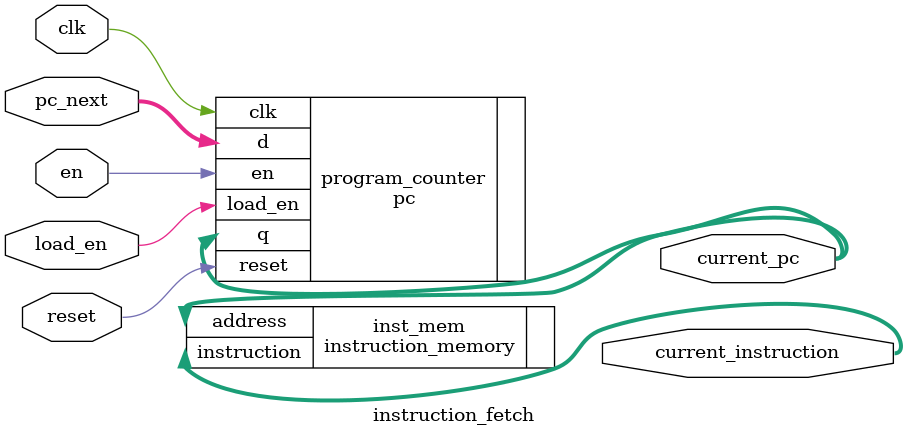
<source format=v>
`include "modules/pc.v"
`include "modules/instruction_memory.v"

module instruction_fetch (
    input wire clk,
    input wire reset,
    input wire load_en,
    input wire en,
    input wire [31:0] pc_next,
    output wire [31:0] current_instruction,
    output wire [31:0] current_pc
);
    wire [31:0] pc_value;
    wire [31:0] instruction;
    pc program_counter (
        .clk(clk),
        .reset(reset),
        .en(en),
        .load_en(load_en),
        .d(pc_next),
        .q(current_pc)
    );
    instruction_memory inst_mem (
        .address(current_pc),
        .instruction(current_instruction)
    );
endmodule
</source>
